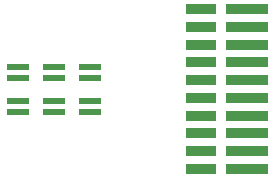
<source format=gtp>
G04*
G04 #@! TF.GenerationSoftware,Altium Limited,Altium Designer,23.6.0 (18)*
G04*
G04 Layer_Color=8421504*
%FSLAX44Y44*%
%MOMM*%
G71*
G04*
G04 #@! TF.SameCoordinates,FE8EB53B-A1C7-40CC-A93C-7614493BD9FC*
G04*
G04*
G04 #@! TF.FilePolarity,Positive*
G04*
G01*
G75*
%ADD13R,3.5500X0.8500*%
%ADD14R,2.6500X0.8500*%
%ADD15R,1.9000X0.6000*%
D13*
X664210Y495710D02*
D03*
Y510710D02*
D03*
Y525710D02*
D03*
Y540710D02*
D03*
Y555710D02*
D03*
Y570710D02*
D03*
Y585710D02*
D03*
Y600710D02*
D03*
Y615710D02*
D03*
Y630710D02*
D03*
D14*
X625210Y495710D02*
D03*
Y510710D02*
D03*
Y525710D02*
D03*
Y540710D02*
D03*
Y555710D02*
D03*
Y570710D02*
D03*
Y585710D02*
D03*
Y600710D02*
D03*
Y615710D02*
D03*
Y630710D02*
D03*
D15*
X500380Y553140D02*
D03*
Y544140D02*
D03*
Y581660D02*
D03*
Y572660D02*
D03*
X469900Y581660D02*
D03*
Y572660D02*
D03*
X530860Y544140D02*
D03*
Y553140D02*
D03*
Y572660D02*
D03*
Y581660D02*
D03*
X469900Y544140D02*
D03*
Y553140D02*
D03*
M02*

</source>
